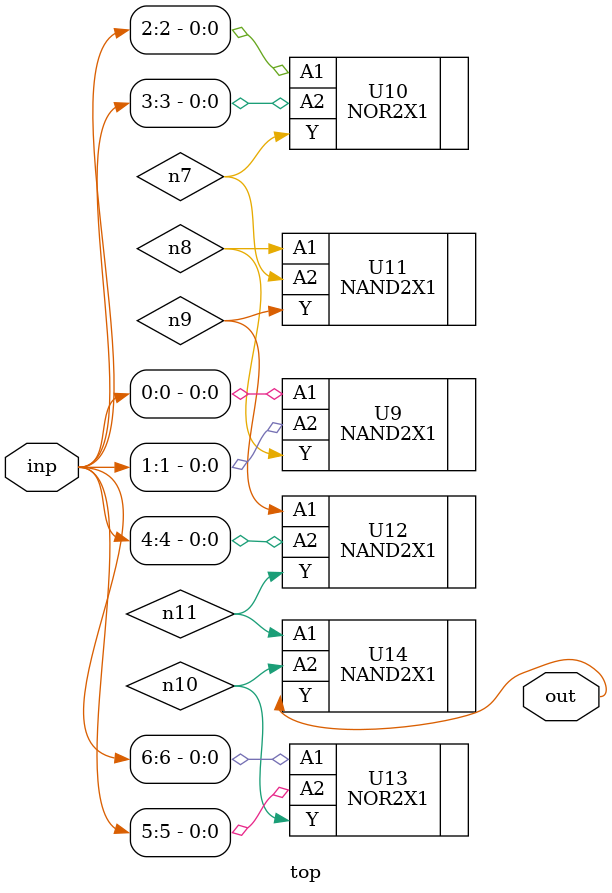
<source format=sv>


module top ( inp, out );
  input [6:0] inp;
  output out;
  wire   n7, n8, n9, n10, n11;

  NAND2X1 U9 ( .A1(inp[0]), .A2(inp[1]), .Y(n8) );
  NOR2X1 U10 ( .A1(inp[2]), .A2(inp[3]), .Y(n7) );
  NAND2X1 U11 ( .A1(n8), .A2(n7), .Y(n9) );
  NAND2X1 U12 ( .A1(n9), .A2(inp[4]), .Y(n11) );
  NOR2X1 U13 ( .A1(inp[6]), .A2(inp[5]), .Y(n10) );
  NAND2X1 U14 ( .A1(n11), .A2(n10), .Y(out) );
endmodule


</source>
